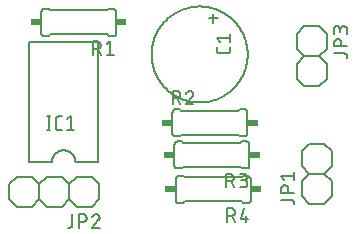
<source format=gbr>
G04 EAGLE Gerber RS-274X export*
G75*
%MOMM*%
%FSLAX34Y34*%
%LPD*%
%INSilkscreen Top*%
%IPPOS*%
%AMOC8*
5,1,8,0,0,1.08239X$1,22.5*%
G01*
%ADD10C,0.152400*%
%ADD11C,0.127000*%
%ADD12R,0.863600X0.609600*%


D10*
X185751Y184301D02*
X185751Y176681D01*
X181941Y180491D02*
X189561Y180491D01*
X133681Y150011D02*
X133693Y151008D01*
X133730Y152005D01*
X133791Y153001D01*
X133877Y153994D01*
X133987Y154986D01*
X134121Y155974D01*
X134279Y156959D01*
X134462Y157939D01*
X134668Y158915D01*
X134899Y159886D01*
X135153Y160850D01*
X135431Y161808D01*
X135732Y162759D01*
X136057Y163702D01*
X136404Y164637D01*
X136775Y165563D01*
X137168Y166480D01*
X137583Y167387D01*
X138020Y168283D01*
X138480Y169169D01*
X138961Y170042D01*
X139463Y170904D01*
X139986Y171753D01*
X140530Y172589D01*
X141094Y173412D01*
X141679Y174220D01*
X142283Y175014D01*
X142906Y175793D01*
X143548Y176556D01*
X144209Y177303D01*
X144888Y178034D01*
X145584Y178748D01*
X146298Y179444D01*
X147029Y180123D01*
X147776Y180784D01*
X148539Y181426D01*
X149318Y182049D01*
X150112Y182653D01*
X150920Y183238D01*
X151743Y183802D01*
X152579Y184346D01*
X153428Y184869D01*
X154290Y185371D01*
X155163Y185852D01*
X156049Y186312D01*
X156945Y186749D01*
X157852Y187164D01*
X158769Y187557D01*
X159695Y187928D01*
X160630Y188275D01*
X161573Y188600D01*
X162524Y188901D01*
X163482Y189179D01*
X164446Y189433D01*
X165417Y189664D01*
X166393Y189870D01*
X167373Y190053D01*
X168358Y190211D01*
X169346Y190345D01*
X170338Y190455D01*
X171331Y190541D01*
X172327Y190602D01*
X173324Y190639D01*
X174321Y190651D01*
X175318Y190639D01*
X176315Y190602D01*
X177311Y190541D01*
X178304Y190455D01*
X179296Y190345D01*
X180284Y190211D01*
X181269Y190053D01*
X182249Y189870D01*
X183225Y189664D01*
X184196Y189433D01*
X185160Y189179D01*
X186118Y188901D01*
X187069Y188600D01*
X188012Y188275D01*
X188947Y187928D01*
X189873Y187557D01*
X190790Y187164D01*
X191697Y186749D01*
X192593Y186312D01*
X193479Y185852D01*
X194352Y185371D01*
X195214Y184869D01*
X196063Y184346D01*
X196899Y183802D01*
X197722Y183238D01*
X198530Y182653D01*
X199324Y182049D01*
X200103Y181426D01*
X200866Y180784D01*
X201613Y180123D01*
X202344Y179444D01*
X203058Y178748D01*
X203754Y178034D01*
X204433Y177303D01*
X205094Y176556D01*
X205736Y175793D01*
X206359Y175014D01*
X206963Y174220D01*
X207548Y173412D01*
X208112Y172589D01*
X208656Y171753D01*
X209179Y170904D01*
X209681Y170042D01*
X210162Y169169D01*
X210622Y168283D01*
X211059Y167387D01*
X211474Y166480D01*
X211867Y165563D01*
X212238Y164637D01*
X212585Y163702D01*
X212910Y162759D01*
X213211Y161808D01*
X213489Y160850D01*
X213743Y159886D01*
X213974Y158915D01*
X214180Y157939D01*
X214363Y156959D01*
X214521Y155974D01*
X214655Y154986D01*
X214765Y153994D01*
X214851Y153001D01*
X214912Y152005D01*
X214949Y151008D01*
X214961Y150011D01*
X214949Y149014D01*
X214912Y148017D01*
X214851Y147021D01*
X214765Y146028D01*
X214655Y145036D01*
X214521Y144048D01*
X214363Y143063D01*
X214180Y142083D01*
X213974Y141107D01*
X213743Y140136D01*
X213489Y139172D01*
X213211Y138214D01*
X212910Y137263D01*
X212585Y136320D01*
X212238Y135385D01*
X211867Y134459D01*
X211474Y133542D01*
X211059Y132635D01*
X210622Y131739D01*
X210162Y130853D01*
X209681Y129980D01*
X209179Y129118D01*
X208656Y128269D01*
X208112Y127433D01*
X207548Y126610D01*
X206963Y125802D01*
X206359Y125008D01*
X205736Y124229D01*
X205094Y123466D01*
X204433Y122719D01*
X203754Y121988D01*
X203058Y121274D01*
X202344Y120578D01*
X201613Y119899D01*
X200866Y119238D01*
X200103Y118596D01*
X199324Y117973D01*
X198530Y117369D01*
X197722Y116784D01*
X196899Y116220D01*
X196063Y115676D01*
X195214Y115153D01*
X194352Y114651D01*
X193479Y114170D01*
X192593Y113710D01*
X191697Y113273D01*
X190790Y112858D01*
X189873Y112465D01*
X188947Y112094D01*
X188012Y111747D01*
X187069Y111422D01*
X186118Y111121D01*
X185160Y110843D01*
X184196Y110589D01*
X183225Y110358D01*
X182249Y110152D01*
X181269Y109969D01*
X180284Y109811D01*
X179296Y109677D01*
X178304Y109567D01*
X177311Y109481D01*
X176315Y109420D01*
X175318Y109383D01*
X174321Y109371D01*
X173324Y109383D01*
X172327Y109420D01*
X171331Y109481D01*
X170338Y109567D01*
X169346Y109677D01*
X168358Y109811D01*
X167373Y109969D01*
X166393Y110152D01*
X165417Y110358D01*
X164446Y110589D01*
X163482Y110843D01*
X162524Y111121D01*
X161573Y111422D01*
X160630Y111747D01*
X159695Y112094D01*
X158769Y112465D01*
X157852Y112858D01*
X156945Y113273D01*
X156049Y113710D01*
X155163Y114170D01*
X154290Y114651D01*
X153428Y115153D01*
X152579Y115676D01*
X151743Y116220D01*
X150920Y116784D01*
X150112Y117369D01*
X149318Y117973D01*
X148539Y118596D01*
X147776Y119238D01*
X147029Y119899D01*
X146298Y120578D01*
X145584Y121274D01*
X144888Y121988D01*
X144209Y122719D01*
X143548Y123466D01*
X142906Y124229D01*
X142283Y125008D01*
X141679Y125802D01*
X141094Y126610D01*
X140530Y127433D01*
X139986Y128269D01*
X139463Y129118D01*
X138961Y129980D01*
X138480Y130853D01*
X138020Y131739D01*
X137583Y132635D01*
X137168Y133542D01*
X136775Y134459D01*
X136404Y135385D01*
X136057Y136320D01*
X135732Y137263D01*
X135431Y138214D01*
X135153Y139172D01*
X134899Y140136D01*
X134668Y141107D01*
X134462Y142083D01*
X134279Y143063D01*
X134121Y144048D01*
X133987Y145036D01*
X133877Y146028D01*
X133791Y147021D01*
X133730Y148017D01*
X133693Y149014D01*
X133681Y150011D01*
D11*
X200356Y153784D02*
X200356Y156324D01*
X200356Y153784D02*
X200354Y153684D01*
X200348Y153585D01*
X200338Y153485D01*
X200325Y153387D01*
X200307Y153288D01*
X200286Y153191D01*
X200261Y153095D01*
X200232Y152999D01*
X200199Y152905D01*
X200163Y152812D01*
X200123Y152721D01*
X200079Y152631D01*
X200032Y152543D01*
X199982Y152457D01*
X199928Y152373D01*
X199871Y152291D01*
X199811Y152212D01*
X199747Y152134D01*
X199681Y152060D01*
X199612Y151988D01*
X199540Y151919D01*
X199466Y151853D01*
X199388Y151789D01*
X199309Y151729D01*
X199227Y151672D01*
X199143Y151618D01*
X199057Y151568D01*
X198969Y151521D01*
X198879Y151477D01*
X198788Y151437D01*
X198695Y151401D01*
X198601Y151368D01*
X198505Y151339D01*
X198409Y151314D01*
X198312Y151293D01*
X198213Y151275D01*
X198115Y151262D01*
X198015Y151252D01*
X197916Y151246D01*
X197816Y151244D01*
X191466Y151244D01*
X191366Y151246D01*
X191267Y151252D01*
X191167Y151262D01*
X191069Y151275D01*
X190970Y151293D01*
X190873Y151314D01*
X190777Y151339D01*
X190681Y151368D01*
X190587Y151401D01*
X190494Y151437D01*
X190403Y151477D01*
X190313Y151521D01*
X190225Y151568D01*
X190139Y151618D01*
X190055Y151672D01*
X189973Y151729D01*
X189894Y151789D01*
X189816Y151853D01*
X189742Y151919D01*
X189670Y151988D01*
X189601Y152060D01*
X189535Y152134D01*
X189471Y152212D01*
X189411Y152291D01*
X189354Y152373D01*
X189300Y152457D01*
X189250Y152543D01*
X189203Y152631D01*
X189159Y152721D01*
X189119Y152812D01*
X189083Y152905D01*
X189050Y152999D01*
X189021Y153095D01*
X188996Y153191D01*
X188975Y153288D01*
X188957Y153387D01*
X188944Y153485D01*
X188934Y153585D01*
X188928Y153684D01*
X188926Y153784D01*
X188926Y156324D01*
X191466Y160806D02*
X188926Y163981D01*
X200356Y163981D01*
X200356Y160806D02*
X200356Y167156D01*
D10*
X29924Y160348D02*
X29924Y58748D01*
X88344Y58748D02*
X88344Y160348D01*
X29924Y160348D01*
X29924Y58748D02*
X48974Y58748D01*
X69294Y58748D02*
X88344Y58748D01*
X69294Y58748D02*
X69291Y58995D01*
X69282Y59243D01*
X69267Y59490D01*
X69246Y59736D01*
X69219Y59982D01*
X69186Y60227D01*
X69147Y60472D01*
X69102Y60715D01*
X69051Y60957D01*
X68994Y61198D01*
X68932Y61437D01*
X68863Y61675D01*
X68789Y61911D01*
X68709Y62145D01*
X68624Y62377D01*
X68532Y62607D01*
X68436Y62835D01*
X68333Y63060D01*
X68226Y63283D01*
X68112Y63503D01*
X67994Y63720D01*
X67870Y63935D01*
X67741Y64146D01*
X67607Y64354D01*
X67468Y64559D01*
X67324Y64760D01*
X67176Y64958D01*
X67022Y65152D01*
X66864Y65342D01*
X66701Y65528D01*
X66534Y65710D01*
X66362Y65888D01*
X66186Y66062D01*
X66006Y66232D01*
X65821Y66397D01*
X65633Y66557D01*
X65441Y66713D01*
X65245Y66865D01*
X65046Y67011D01*
X64843Y67153D01*
X64636Y67289D01*
X64427Y67421D01*
X64214Y67547D01*
X63998Y67668D01*
X63780Y67784D01*
X63558Y67894D01*
X63334Y67999D01*
X63108Y68099D01*
X62879Y68193D01*
X62648Y68281D01*
X62414Y68364D01*
X62179Y68441D01*
X61942Y68512D01*
X61704Y68578D01*
X61464Y68637D01*
X61222Y68691D01*
X60979Y68739D01*
X60736Y68781D01*
X60491Y68817D01*
X60245Y68847D01*
X59999Y68871D01*
X59752Y68889D01*
X59505Y68901D01*
X59258Y68907D01*
X59010Y68907D01*
X58763Y68901D01*
X58516Y68889D01*
X58269Y68871D01*
X58023Y68847D01*
X57777Y68817D01*
X57532Y68781D01*
X57289Y68739D01*
X57046Y68691D01*
X56804Y68637D01*
X56564Y68578D01*
X56326Y68512D01*
X56089Y68441D01*
X55854Y68364D01*
X55620Y68281D01*
X55389Y68193D01*
X55160Y68099D01*
X54934Y67999D01*
X54710Y67894D01*
X54488Y67784D01*
X54270Y67668D01*
X54054Y67547D01*
X53841Y67421D01*
X53632Y67289D01*
X53425Y67153D01*
X53222Y67011D01*
X53023Y66865D01*
X52827Y66713D01*
X52635Y66557D01*
X52447Y66397D01*
X52262Y66232D01*
X52082Y66062D01*
X51906Y65888D01*
X51734Y65710D01*
X51567Y65528D01*
X51404Y65342D01*
X51246Y65152D01*
X51092Y64958D01*
X50944Y64760D01*
X50800Y64559D01*
X50661Y64354D01*
X50527Y64146D01*
X50398Y63935D01*
X50274Y63720D01*
X50156Y63503D01*
X50042Y63283D01*
X49935Y63060D01*
X49832Y62835D01*
X49736Y62607D01*
X49644Y62377D01*
X49559Y62145D01*
X49479Y61911D01*
X49405Y61675D01*
X49336Y61437D01*
X49274Y61198D01*
X49217Y60957D01*
X49166Y60715D01*
X49121Y60472D01*
X49082Y60227D01*
X49049Y59982D01*
X49022Y59736D01*
X49001Y59490D01*
X48986Y59243D01*
X48977Y58995D01*
X48974Y58748D01*
D11*
X46357Y86089D02*
X46357Y97519D01*
X45087Y86089D02*
X47627Y86089D01*
X47627Y97519D02*
X45087Y97519D01*
X54829Y86089D02*
X57369Y86089D01*
X54829Y86089D02*
X54729Y86091D01*
X54630Y86097D01*
X54530Y86107D01*
X54432Y86120D01*
X54333Y86138D01*
X54236Y86159D01*
X54140Y86184D01*
X54044Y86213D01*
X53950Y86246D01*
X53857Y86282D01*
X53766Y86322D01*
X53676Y86366D01*
X53588Y86413D01*
X53502Y86463D01*
X53418Y86517D01*
X53336Y86574D01*
X53257Y86634D01*
X53179Y86698D01*
X53105Y86764D01*
X53033Y86833D01*
X52964Y86905D01*
X52898Y86979D01*
X52834Y87057D01*
X52774Y87136D01*
X52717Y87218D01*
X52663Y87302D01*
X52613Y87388D01*
X52566Y87476D01*
X52522Y87566D01*
X52482Y87657D01*
X52446Y87750D01*
X52413Y87844D01*
X52384Y87940D01*
X52359Y88036D01*
X52338Y88133D01*
X52320Y88232D01*
X52307Y88330D01*
X52297Y88430D01*
X52291Y88529D01*
X52289Y88629D01*
X52289Y94979D01*
X52291Y95079D01*
X52297Y95178D01*
X52307Y95278D01*
X52320Y95376D01*
X52338Y95475D01*
X52359Y95572D01*
X52384Y95668D01*
X52413Y95764D01*
X52446Y95858D01*
X52482Y95951D01*
X52522Y96042D01*
X52566Y96132D01*
X52613Y96220D01*
X52663Y96306D01*
X52717Y96390D01*
X52774Y96472D01*
X52834Y96551D01*
X52898Y96629D01*
X52964Y96703D01*
X53033Y96775D01*
X53105Y96844D01*
X53179Y96910D01*
X53257Y96974D01*
X53336Y97034D01*
X53418Y97091D01*
X53502Y97145D01*
X53588Y97195D01*
X53676Y97242D01*
X53766Y97286D01*
X53857Y97326D01*
X53950Y97362D01*
X54044Y97395D01*
X54140Y97424D01*
X54236Y97449D01*
X54333Y97470D01*
X54432Y97488D01*
X54530Y97501D01*
X54630Y97511D01*
X54729Y97517D01*
X54829Y97519D01*
X57369Y97519D01*
X61851Y94979D02*
X65026Y97519D01*
X65026Y86089D01*
X61851Y86089D02*
X68201Y86089D01*
D10*
X101166Y165733D02*
X101266Y165735D01*
X101365Y165741D01*
X101465Y165751D01*
X101563Y165764D01*
X101662Y165782D01*
X101759Y165803D01*
X101855Y165828D01*
X101951Y165857D01*
X102045Y165890D01*
X102138Y165926D01*
X102229Y165966D01*
X102319Y166010D01*
X102407Y166057D01*
X102493Y166107D01*
X102577Y166161D01*
X102659Y166218D01*
X102738Y166278D01*
X102816Y166342D01*
X102890Y166408D01*
X102962Y166477D01*
X103031Y166549D01*
X103097Y166623D01*
X103161Y166701D01*
X103221Y166780D01*
X103278Y166862D01*
X103332Y166946D01*
X103382Y167032D01*
X103429Y167120D01*
X103473Y167210D01*
X103513Y167301D01*
X103549Y167394D01*
X103582Y167488D01*
X103611Y167584D01*
X103636Y167680D01*
X103657Y167777D01*
X103675Y167876D01*
X103688Y167974D01*
X103698Y168074D01*
X103704Y168173D01*
X103706Y168273D01*
X103706Y186053D02*
X103704Y186153D01*
X103698Y186252D01*
X103688Y186352D01*
X103675Y186450D01*
X103657Y186549D01*
X103636Y186646D01*
X103611Y186742D01*
X103582Y186838D01*
X103549Y186932D01*
X103513Y187025D01*
X103473Y187116D01*
X103429Y187206D01*
X103382Y187294D01*
X103332Y187380D01*
X103278Y187464D01*
X103221Y187546D01*
X103161Y187625D01*
X103097Y187703D01*
X103031Y187777D01*
X102962Y187849D01*
X102890Y187918D01*
X102816Y187984D01*
X102738Y188048D01*
X102659Y188108D01*
X102577Y188165D01*
X102493Y188219D01*
X102407Y188269D01*
X102319Y188316D01*
X102229Y188360D01*
X102138Y188400D01*
X102045Y188436D01*
X101951Y188469D01*
X101855Y188498D01*
X101759Y188523D01*
X101662Y188544D01*
X101563Y188562D01*
X101465Y188575D01*
X101365Y188585D01*
X101266Y188591D01*
X101166Y188593D01*
X42746Y188593D02*
X42646Y188591D01*
X42547Y188585D01*
X42447Y188575D01*
X42349Y188562D01*
X42250Y188544D01*
X42153Y188523D01*
X42057Y188498D01*
X41961Y188469D01*
X41867Y188436D01*
X41774Y188400D01*
X41683Y188360D01*
X41593Y188316D01*
X41505Y188269D01*
X41419Y188219D01*
X41335Y188165D01*
X41253Y188108D01*
X41174Y188048D01*
X41096Y187984D01*
X41022Y187918D01*
X40950Y187849D01*
X40881Y187777D01*
X40815Y187703D01*
X40751Y187625D01*
X40691Y187546D01*
X40634Y187464D01*
X40580Y187380D01*
X40530Y187294D01*
X40483Y187206D01*
X40439Y187116D01*
X40399Y187025D01*
X40363Y186932D01*
X40330Y186838D01*
X40301Y186742D01*
X40276Y186646D01*
X40255Y186549D01*
X40237Y186450D01*
X40224Y186352D01*
X40214Y186252D01*
X40208Y186153D01*
X40206Y186053D01*
X40206Y168273D02*
X40208Y168173D01*
X40214Y168074D01*
X40224Y167974D01*
X40237Y167876D01*
X40255Y167777D01*
X40276Y167680D01*
X40301Y167584D01*
X40330Y167488D01*
X40363Y167394D01*
X40399Y167301D01*
X40439Y167210D01*
X40483Y167120D01*
X40530Y167032D01*
X40580Y166946D01*
X40634Y166862D01*
X40691Y166780D01*
X40751Y166701D01*
X40815Y166623D01*
X40881Y166549D01*
X40950Y166477D01*
X41022Y166408D01*
X41096Y166342D01*
X41174Y166278D01*
X41253Y166218D01*
X41335Y166161D01*
X41419Y166107D01*
X41505Y166057D01*
X41593Y166010D01*
X41683Y165966D01*
X41774Y165926D01*
X41867Y165890D01*
X41961Y165857D01*
X42057Y165828D01*
X42153Y165803D01*
X42250Y165782D01*
X42349Y165764D01*
X42447Y165751D01*
X42547Y165741D01*
X42646Y165735D01*
X42746Y165733D01*
X103706Y168273D02*
X103706Y186053D01*
X101166Y165733D02*
X97356Y165733D01*
X96086Y167003D01*
X97356Y188593D02*
X101166Y188593D01*
X97356Y188593D02*
X96086Y187323D01*
X47826Y167003D02*
X46556Y165733D01*
X47826Y167003D02*
X96086Y167003D01*
X47826Y187323D02*
X46556Y188593D01*
X47826Y187323D02*
X96086Y187323D01*
X46556Y165733D02*
X42746Y165733D01*
X42746Y188593D02*
X46556Y188593D01*
X40206Y186053D02*
X40206Y168273D01*
D12*
X35888Y177163D03*
X108024Y177163D03*
D11*
X84103Y161288D02*
X84103Y149858D01*
X84103Y161288D02*
X87278Y161288D01*
X87389Y161286D01*
X87499Y161280D01*
X87610Y161271D01*
X87720Y161257D01*
X87829Y161240D01*
X87938Y161219D01*
X88046Y161194D01*
X88153Y161165D01*
X88259Y161133D01*
X88364Y161097D01*
X88467Y161057D01*
X88569Y161014D01*
X88670Y160967D01*
X88769Y160916D01*
X88866Y160863D01*
X88960Y160806D01*
X89053Y160745D01*
X89144Y160682D01*
X89233Y160615D01*
X89319Y160545D01*
X89402Y160472D01*
X89484Y160397D01*
X89562Y160319D01*
X89637Y160237D01*
X89710Y160154D01*
X89780Y160068D01*
X89847Y159979D01*
X89910Y159888D01*
X89971Y159795D01*
X90028Y159700D01*
X90081Y159604D01*
X90132Y159505D01*
X90179Y159404D01*
X90222Y159302D01*
X90262Y159199D01*
X90298Y159094D01*
X90330Y158988D01*
X90359Y158881D01*
X90384Y158773D01*
X90405Y158664D01*
X90422Y158555D01*
X90436Y158445D01*
X90445Y158334D01*
X90451Y158224D01*
X90453Y158113D01*
X90451Y158002D01*
X90445Y157892D01*
X90436Y157781D01*
X90422Y157671D01*
X90405Y157562D01*
X90384Y157453D01*
X90359Y157345D01*
X90330Y157238D01*
X90298Y157132D01*
X90262Y157027D01*
X90222Y156924D01*
X90179Y156822D01*
X90132Y156721D01*
X90081Y156622D01*
X90028Y156525D01*
X89971Y156431D01*
X89910Y156338D01*
X89847Y156247D01*
X89780Y156158D01*
X89710Y156072D01*
X89637Y155989D01*
X89562Y155907D01*
X89484Y155829D01*
X89402Y155754D01*
X89319Y155681D01*
X89233Y155611D01*
X89144Y155544D01*
X89053Y155481D01*
X88960Y155420D01*
X88865Y155363D01*
X88769Y155310D01*
X88670Y155259D01*
X88569Y155212D01*
X88467Y155169D01*
X88364Y155129D01*
X88259Y155093D01*
X88153Y155061D01*
X88046Y155032D01*
X87938Y155007D01*
X87829Y154986D01*
X87720Y154969D01*
X87610Y154955D01*
X87499Y154946D01*
X87389Y154940D01*
X87278Y154938D01*
X84103Y154938D01*
X87913Y154938D02*
X90453Y149858D01*
X95451Y158748D02*
X98626Y161288D01*
X98626Y149858D01*
X95451Y149858D02*
X101801Y149858D01*
D10*
X151296Y101176D02*
X151298Y101276D01*
X151304Y101375D01*
X151314Y101475D01*
X151327Y101573D01*
X151345Y101672D01*
X151366Y101769D01*
X151391Y101865D01*
X151420Y101961D01*
X151453Y102055D01*
X151489Y102148D01*
X151529Y102239D01*
X151573Y102329D01*
X151620Y102417D01*
X151670Y102503D01*
X151724Y102587D01*
X151781Y102669D01*
X151841Y102748D01*
X151905Y102826D01*
X151971Y102900D01*
X152040Y102972D01*
X152112Y103041D01*
X152186Y103107D01*
X152264Y103171D01*
X152343Y103231D01*
X152425Y103288D01*
X152509Y103342D01*
X152595Y103392D01*
X152683Y103439D01*
X152773Y103483D01*
X152864Y103523D01*
X152957Y103559D01*
X153051Y103592D01*
X153147Y103621D01*
X153243Y103646D01*
X153340Y103667D01*
X153439Y103685D01*
X153537Y103698D01*
X153637Y103708D01*
X153736Y103714D01*
X153836Y103716D01*
X151296Y83396D02*
X151298Y83296D01*
X151304Y83197D01*
X151314Y83097D01*
X151327Y82999D01*
X151345Y82900D01*
X151366Y82803D01*
X151391Y82707D01*
X151420Y82611D01*
X151453Y82517D01*
X151489Y82424D01*
X151529Y82333D01*
X151573Y82243D01*
X151620Y82155D01*
X151670Y82069D01*
X151724Y81985D01*
X151781Y81903D01*
X151841Y81824D01*
X151905Y81746D01*
X151971Y81672D01*
X152040Y81600D01*
X152112Y81531D01*
X152186Y81465D01*
X152264Y81401D01*
X152343Y81341D01*
X152425Y81284D01*
X152509Y81230D01*
X152595Y81180D01*
X152683Y81133D01*
X152773Y81089D01*
X152864Y81049D01*
X152957Y81013D01*
X153051Y80980D01*
X153147Y80951D01*
X153243Y80926D01*
X153340Y80905D01*
X153439Y80887D01*
X153537Y80874D01*
X153637Y80864D01*
X153736Y80858D01*
X153836Y80856D01*
X212256Y80856D02*
X212356Y80858D01*
X212455Y80864D01*
X212555Y80874D01*
X212653Y80887D01*
X212752Y80905D01*
X212849Y80926D01*
X212945Y80951D01*
X213041Y80980D01*
X213135Y81013D01*
X213228Y81049D01*
X213319Y81089D01*
X213409Y81133D01*
X213497Y81180D01*
X213583Y81230D01*
X213667Y81284D01*
X213749Y81341D01*
X213828Y81401D01*
X213906Y81465D01*
X213980Y81531D01*
X214052Y81600D01*
X214121Y81672D01*
X214187Y81746D01*
X214251Y81824D01*
X214311Y81903D01*
X214368Y81985D01*
X214422Y82069D01*
X214472Y82155D01*
X214519Y82243D01*
X214563Y82333D01*
X214603Y82424D01*
X214639Y82517D01*
X214672Y82611D01*
X214701Y82707D01*
X214726Y82803D01*
X214747Y82900D01*
X214765Y82999D01*
X214778Y83097D01*
X214788Y83197D01*
X214794Y83296D01*
X214796Y83396D01*
X214796Y101176D02*
X214794Y101276D01*
X214788Y101375D01*
X214778Y101475D01*
X214765Y101573D01*
X214747Y101672D01*
X214726Y101769D01*
X214701Y101865D01*
X214672Y101961D01*
X214639Y102055D01*
X214603Y102148D01*
X214563Y102239D01*
X214519Y102329D01*
X214472Y102417D01*
X214422Y102503D01*
X214368Y102587D01*
X214311Y102669D01*
X214251Y102748D01*
X214187Y102826D01*
X214121Y102900D01*
X214052Y102972D01*
X213980Y103041D01*
X213906Y103107D01*
X213828Y103171D01*
X213749Y103231D01*
X213667Y103288D01*
X213583Y103342D01*
X213497Y103392D01*
X213409Y103439D01*
X213319Y103483D01*
X213228Y103523D01*
X213135Y103559D01*
X213041Y103592D01*
X212945Y103621D01*
X212849Y103646D01*
X212752Y103667D01*
X212653Y103685D01*
X212555Y103698D01*
X212455Y103708D01*
X212356Y103714D01*
X212256Y103716D01*
X151296Y101176D02*
X151296Y83396D01*
X153836Y103716D02*
X157646Y103716D01*
X158916Y102446D01*
X157646Y80856D02*
X153836Y80856D01*
X157646Y80856D02*
X158916Y82126D01*
X207176Y102446D02*
X208446Y103716D01*
X207176Y102446D02*
X158916Y102446D01*
X207176Y82126D02*
X208446Y80856D01*
X207176Y82126D02*
X158916Y82126D01*
X208446Y103716D02*
X212256Y103716D01*
X212256Y80856D02*
X208446Y80856D01*
X214796Y83396D02*
X214796Y101176D01*
D12*
X219114Y92286D03*
X146978Y92286D03*
D11*
X151350Y107896D02*
X151350Y119326D01*
X154525Y119326D01*
X154636Y119324D01*
X154746Y119318D01*
X154857Y119309D01*
X154967Y119295D01*
X155076Y119278D01*
X155185Y119257D01*
X155293Y119232D01*
X155400Y119203D01*
X155506Y119171D01*
X155611Y119135D01*
X155714Y119095D01*
X155816Y119052D01*
X155917Y119005D01*
X156016Y118954D01*
X156113Y118901D01*
X156207Y118844D01*
X156300Y118783D01*
X156391Y118720D01*
X156480Y118653D01*
X156566Y118583D01*
X156649Y118510D01*
X156731Y118435D01*
X156809Y118357D01*
X156884Y118275D01*
X156957Y118192D01*
X157027Y118106D01*
X157094Y118017D01*
X157157Y117926D01*
X157218Y117833D01*
X157275Y117738D01*
X157328Y117642D01*
X157379Y117543D01*
X157426Y117442D01*
X157469Y117340D01*
X157509Y117237D01*
X157545Y117132D01*
X157577Y117026D01*
X157606Y116919D01*
X157631Y116811D01*
X157652Y116702D01*
X157669Y116593D01*
X157683Y116483D01*
X157692Y116372D01*
X157698Y116262D01*
X157700Y116151D01*
X157698Y116040D01*
X157692Y115930D01*
X157683Y115819D01*
X157669Y115709D01*
X157652Y115600D01*
X157631Y115491D01*
X157606Y115383D01*
X157577Y115276D01*
X157545Y115170D01*
X157509Y115065D01*
X157469Y114962D01*
X157426Y114860D01*
X157379Y114759D01*
X157328Y114660D01*
X157275Y114563D01*
X157218Y114469D01*
X157157Y114376D01*
X157094Y114285D01*
X157027Y114196D01*
X156957Y114110D01*
X156884Y114027D01*
X156809Y113945D01*
X156731Y113867D01*
X156649Y113792D01*
X156566Y113719D01*
X156480Y113649D01*
X156391Y113582D01*
X156300Y113519D01*
X156207Y113458D01*
X156112Y113401D01*
X156016Y113348D01*
X155917Y113297D01*
X155816Y113250D01*
X155714Y113207D01*
X155611Y113167D01*
X155506Y113131D01*
X155400Y113099D01*
X155293Y113070D01*
X155185Y113045D01*
X155076Y113024D01*
X154967Y113007D01*
X154857Y112993D01*
X154746Y112984D01*
X154636Y112978D01*
X154525Y112976D01*
X151350Y112976D01*
X155160Y112976D02*
X157700Y107896D01*
X169048Y116468D02*
X169046Y116572D01*
X169040Y116677D01*
X169031Y116781D01*
X169018Y116884D01*
X169000Y116987D01*
X168980Y117089D01*
X168955Y117191D01*
X168927Y117291D01*
X168895Y117391D01*
X168859Y117489D01*
X168820Y117586D01*
X168778Y117681D01*
X168732Y117775D01*
X168682Y117867D01*
X168630Y117957D01*
X168574Y118045D01*
X168514Y118131D01*
X168452Y118215D01*
X168387Y118296D01*
X168319Y118375D01*
X168247Y118452D01*
X168174Y118525D01*
X168097Y118597D01*
X168018Y118665D01*
X167937Y118730D01*
X167853Y118792D01*
X167767Y118852D01*
X167679Y118908D01*
X167589Y118960D01*
X167497Y119010D01*
X167403Y119056D01*
X167308Y119098D01*
X167211Y119137D01*
X167113Y119173D01*
X167013Y119205D01*
X166913Y119233D01*
X166811Y119258D01*
X166709Y119278D01*
X166606Y119296D01*
X166503Y119309D01*
X166399Y119318D01*
X166294Y119324D01*
X166190Y119326D01*
X166072Y119324D01*
X165953Y119318D01*
X165835Y119309D01*
X165718Y119296D01*
X165601Y119278D01*
X165484Y119258D01*
X165368Y119233D01*
X165253Y119205D01*
X165140Y119172D01*
X165027Y119137D01*
X164915Y119097D01*
X164805Y119055D01*
X164696Y119008D01*
X164588Y118958D01*
X164483Y118905D01*
X164379Y118848D01*
X164277Y118788D01*
X164177Y118725D01*
X164079Y118658D01*
X163983Y118589D01*
X163890Y118516D01*
X163799Y118440D01*
X163710Y118362D01*
X163624Y118280D01*
X163541Y118196D01*
X163460Y118110D01*
X163383Y118020D01*
X163308Y117929D01*
X163236Y117835D01*
X163167Y117738D01*
X163102Y117640D01*
X163039Y117539D01*
X162980Y117436D01*
X162924Y117332D01*
X162872Y117226D01*
X162823Y117118D01*
X162778Y117009D01*
X162736Y116898D01*
X162698Y116786D01*
X168095Y114246D02*
X168171Y114321D01*
X168246Y114400D01*
X168317Y114481D01*
X168386Y114565D01*
X168451Y114651D01*
X168513Y114739D01*
X168573Y114829D01*
X168629Y114921D01*
X168682Y115016D01*
X168731Y115112D01*
X168777Y115210D01*
X168820Y115309D01*
X168859Y115410D01*
X168894Y115512D01*
X168926Y115615D01*
X168954Y115719D01*
X168979Y115824D01*
X169000Y115931D01*
X169017Y116037D01*
X169030Y116144D01*
X169039Y116252D01*
X169045Y116360D01*
X169047Y116468D01*
X168095Y114246D02*
X162697Y107896D01*
X169047Y107896D01*
D10*
X216445Y56083D02*
X216443Y55983D01*
X216437Y55884D01*
X216427Y55784D01*
X216414Y55686D01*
X216396Y55587D01*
X216375Y55490D01*
X216350Y55394D01*
X216321Y55298D01*
X216288Y55204D01*
X216252Y55111D01*
X216212Y55020D01*
X216168Y54930D01*
X216121Y54842D01*
X216071Y54756D01*
X216017Y54672D01*
X215960Y54590D01*
X215900Y54511D01*
X215836Y54433D01*
X215770Y54359D01*
X215701Y54287D01*
X215629Y54218D01*
X215555Y54152D01*
X215477Y54088D01*
X215398Y54028D01*
X215316Y53971D01*
X215232Y53917D01*
X215146Y53867D01*
X215058Y53820D01*
X214968Y53776D01*
X214877Y53736D01*
X214784Y53700D01*
X214690Y53667D01*
X214594Y53638D01*
X214498Y53613D01*
X214401Y53592D01*
X214302Y53574D01*
X214204Y53561D01*
X214104Y53551D01*
X214005Y53545D01*
X213905Y53543D01*
X216445Y73863D02*
X216443Y73963D01*
X216437Y74062D01*
X216427Y74162D01*
X216414Y74260D01*
X216396Y74359D01*
X216375Y74456D01*
X216350Y74552D01*
X216321Y74648D01*
X216288Y74742D01*
X216252Y74835D01*
X216212Y74926D01*
X216168Y75016D01*
X216121Y75104D01*
X216071Y75190D01*
X216017Y75274D01*
X215960Y75356D01*
X215900Y75435D01*
X215836Y75513D01*
X215770Y75587D01*
X215701Y75659D01*
X215629Y75728D01*
X215555Y75794D01*
X215477Y75858D01*
X215398Y75918D01*
X215316Y75975D01*
X215232Y76029D01*
X215146Y76079D01*
X215058Y76126D01*
X214968Y76170D01*
X214877Y76210D01*
X214784Y76246D01*
X214690Y76279D01*
X214594Y76308D01*
X214498Y76333D01*
X214401Y76354D01*
X214302Y76372D01*
X214204Y76385D01*
X214104Y76395D01*
X214005Y76401D01*
X213905Y76403D01*
X155485Y76403D02*
X155385Y76401D01*
X155286Y76395D01*
X155186Y76385D01*
X155088Y76372D01*
X154989Y76354D01*
X154892Y76333D01*
X154796Y76308D01*
X154700Y76279D01*
X154606Y76246D01*
X154513Y76210D01*
X154422Y76170D01*
X154332Y76126D01*
X154244Y76079D01*
X154158Y76029D01*
X154074Y75975D01*
X153992Y75918D01*
X153913Y75858D01*
X153835Y75794D01*
X153761Y75728D01*
X153689Y75659D01*
X153620Y75587D01*
X153554Y75513D01*
X153490Y75435D01*
X153430Y75356D01*
X153373Y75274D01*
X153319Y75190D01*
X153269Y75104D01*
X153222Y75016D01*
X153178Y74926D01*
X153138Y74835D01*
X153102Y74742D01*
X153069Y74648D01*
X153040Y74552D01*
X153015Y74456D01*
X152994Y74359D01*
X152976Y74260D01*
X152963Y74162D01*
X152953Y74062D01*
X152947Y73963D01*
X152945Y73863D01*
X152945Y56083D02*
X152947Y55983D01*
X152953Y55884D01*
X152963Y55784D01*
X152976Y55686D01*
X152994Y55587D01*
X153015Y55490D01*
X153040Y55394D01*
X153069Y55298D01*
X153102Y55204D01*
X153138Y55111D01*
X153178Y55020D01*
X153222Y54930D01*
X153269Y54842D01*
X153319Y54756D01*
X153373Y54672D01*
X153430Y54590D01*
X153490Y54511D01*
X153554Y54433D01*
X153620Y54359D01*
X153689Y54287D01*
X153761Y54218D01*
X153835Y54152D01*
X153913Y54088D01*
X153992Y54028D01*
X154074Y53971D01*
X154158Y53917D01*
X154244Y53867D01*
X154332Y53820D01*
X154422Y53776D01*
X154513Y53736D01*
X154606Y53700D01*
X154700Y53667D01*
X154796Y53638D01*
X154892Y53613D01*
X154989Y53592D01*
X155088Y53574D01*
X155186Y53561D01*
X155286Y53551D01*
X155385Y53545D01*
X155485Y53543D01*
X216445Y56083D02*
X216445Y73863D01*
X213905Y53543D02*
X210095Y53543D01*
X208825Y54813D01*
X210095Y76403D02*
X213905Y76403D01*
X210095Y76403D02*
X208825Y75133D01*
X160565Y54813D02*
X159295Y53543D01*
X160565Y54813D02*
X208825Y54813D01*
X160565Y75133D02*
X159295Y76403D01*
X160565Y75133D02*
X208825Y75133D01*
X159295Y53543D02*
X155485Y53543D01*
X155485Y76403D02*
X159295Y76403D01*
X152945Y73863D02*
X152945Y56083D01*
D12*
X148627Y64973D03*
X220763Y64973D03*
D11*
X196843Y49098D02*
X196843Y37668D01*
X196843Y49098D02*
X200018Y49098D01*
X200129Y49096D01*
X200239Y49090D01*
X200350Y49081D01*
X200460Y49067D01*
X200569Y49050D01*
X200678Y49029D01*
X200786Y49004D01*
X200893Y48975D01*
X200999Y48943D01*
X201104Y48907D01*
X201207Y48867D01*
X201309Y48824D01*
X201410Y48777D01*
X201509Y48726D01*
X201606Y48673D01*
X201700Y48616D01*
X201793Y48555D01*
X201884Y48492D01*
X201973Y48425D01*
X202059Y48355D01*
X202142Y48282D01*
X202224Y48207D01*
X202302Y48129D01*
X202377Y48047D01*
X202450Y47964D01*
X202520Y47878D01*
X202587Y47789D01*
X202650Y47698D01*
X202711Y47605D01*
X202768Y47510D01*
X202821Y47414D01*
X202872Y47315D01*
X202919Y47214D01*
X202962Y47112D01*
X203002Y47009D01*
X203038Y46904D01*
X203070Y46798D01*
X203099Y46691D01*
X203124Y46583D01*
X203145Y46474D01*
X203162Y46365D01*
X203176Y46255D01*
X203185Y46144D01*
X203191Y46034D01*
X203193Y45923D01*
X203191Y45812D01*
X203185Y45702D01*
X203176Y45591D01*
X203162Y45481D01*
X203145Y45372D01*
X203124Y45263D01*
X203099Y45155D01*
X203070Y45048D01*
X203038Y44942D01*
X203002Y44837D01*
X202962Y44734D01*
X202919Y44632D01*
X202872Y44531D01*
X202821Y44432D01*
X202768Y44335D01*
X202711Y44241D01*
X202650Y44148D01*
X202587Y44057D01*
X202520Y43968D01*
X202450Y43882D01*
X202377Y43799D01*
X202302Y43717D01*
X202224Y43639D01*
X202142Y43564D01*
X202059Y43491D01*
X201973Y43421D01*
X201884Y43354D01*
X201793Y43291D01*
X201700Y43230D01*
X201605Y43173D01*
X201509Y43120D01*
X201410Y43069D01*
X201309Y43022D01*
X201207Y42979D01*
X201104Y42939D01*
X200999Y42903D01*
X200893Y42871D01*
X200786Y42842D01*
X200678Y42817D01*
X200569Y42796D01*
X200460Y42779D01*
X200350Y42765D01*
X200239Y42756D01*
X200129Y42750D01*
X200018Y42748D01*
X196843Y42748D01*
X200653Y42748D02*
X203193Y37668D01*
X208190Y37668D02*
X211365Y37668D01*
X211476Y37670D01*
X211586Y37676D01*
X211697Y37685D01*
X211807Y37699D01*
X211916Y37716D01*
X212025Y37737D01*
X212133Y37762D01*
X212240Y37791D01*
X212346Y37823D01*
X212451Y37859D01*
X212554Y37899D01*
X212656Y37942D01*
X212757Y37989D01*
X212856Y38040D01*
X212952Y38093D01*
X213047Y38150D01*
X213140Y38211D01*
X213231Y38274D01*
X213320Y38341D01*
X213406Y38411D01*
X213489Y38484D01*
X213571Y38559D01*
X213649Y38637D01*
X213724Y38719D01*
X213797Y38802D01*
X213867Y38888D01*
X213934Y38977D01*
X213997Y39068D01*
X214058Y39161D01*
X214115Y39255D01*
X214168Y39352D01*
X214219Y39451D01*
X214266Y39552D01*
X214309Y39654D01*
X214349Y39757D01*
X214385Y39862D01*
X214417Y39968D01*
X214446Y40075D01*
X214471Y40183D01*
X214492Y40292D01*
X214509Y40401D01*
X214523Y40511D01*
X214532Y40622D01*
X214538Y40732D01*
X214540Y40843D01*
X214538Y40954D01*
X214532Y41064D01*
X214523Y41175D01*
X214509Y41285D01*
X214492Y41394D01*
X214471Y41503D01*
X214446Y41611D01*
X214417Y41718D01*
X214385Y41824D01*
X214349Y41929D01*
X214309Y42032D01*
X214266Y42134D01*
X214219Y42235D01*
X214168Y42334D01*
X214115Y42430D01*
X214058Y42525D01*
X213997Y42618D01*
X213934Y42709D01*
X213867Y42798D01*
X213797Y42884D01*
X213724Y42967D01*
X213649Y43049D01*
X213571Y43127D01*
X213489Y43202D01*
X213406Y43275D01*
X213320Y43345D01*
X213231Y43412D01*
X213140Y43475D01*
X213047Y43536D01*
X212953Y43593D01*
X212856Y43646D01*
X212757Y43697D01*
X212656Y43744D01*
X212554Y43787D01*
X212451Y43827D01*
X212346Y43863D01*
X212240Y43895D01*
X212133Y43924D01*
X212025Y43949D01*
X211916Y43970D01*
X211807Y43987D01*
X211697Y44001D01*
X211586Y44010D01*
X211476Y44016D01*
X211365Y44018D01*
X212000Y49098D02*
X208190Y49098D01*
X212000Y49098D02*
X212100Y49096D01*
X212199Y49090D01*
X212299Y49080D01*
X212397Y49067D01*
X212496Y49049D01*
X212593Y49028D01*
X212689Y49003D01*
X212785Y48974D01*
X212879Y48941D01*
X212972Y48905D01*
X213063Y48865D01*
X213153Y48821D01*
X213241Y48774D01*
X213327Y48724D01*
X213411Y48670D01*
X213493Y48613D01*
X213572Y48553D01*
X213650Y48489D01*
X213724Y48423D01*
X213796Y48354D01*
X213865Y48282D01*
X213931Y48208D01*
X213995Y48130D01*
X214055Y48051D01*
X214112Y47969D01*
X214166Y47885D01*
X214216Y47799D01*
X214263Y47711D01*
X214307Y47621D01*
X214347Y47530D01*
X214383Y47437D01*
X214416Y47343D01*
X214445Y47247D01*
X214470Y47151D01*
X214491Y47054D01*
X214509Y46955D01*
X214522Y46857D01*
X214532Y46757D01*
X214538Y46658D01*
X214540Y46558D01*
X214538Y46458D01*
X214532Y46359D01*
X214522Y46259D01*
X214509Y46161D01*
X214491Y46062D01*
X214470Y45965D01*
X214445Y45869D01*
X214416Y45773D01*
X214383Y45679D01*
X214347Y45586D01*
X214307Y45495D01*
X214263Y45405D01*
X214216Y45317D01*
X214166Y45231D01*
X214112Y45147D01*
X214055Y45065D01*
X213995Y44986D01*
X213931Y44908D01*
X213865Y44834D01*
X213796Y44762D01*
X213724Y44693D01*
X213650Y44627D01*
X213572Y44563D01*
X213493Y44503D01*
X213411Y44446D01*
X213327Y44392D01*
X213241Y44342D01*
X213153Y44295D01*
X213063Y44251D01*
X212972Y44211D01*
X212879Y44175D01*
X212785Y44142D01*
X212689Y44113D01*
X212593Y44088D01*
X212496Y44067D01*
X212397Y44049D01*
X212299Y44036D01*
X212199Y44026D01*
X212100Y44020D01*
X212000Y44018D01*
X209460Y44018D01*
D10*
X217429Y26858D02*
X217427Y26758D01*
X217421Y26659D01*
X217411Y26559D01*
X217398Y26461D01*
X217380Y26362D01*
X217359Y26265D01*
X217334Y26169D01*
X217305Y26073D01*
X217272Y25979D01*
X217236Y25886D01*
X217196Y25795D01*
X217152Y25705D01*
X217105Y25617D01*
X217055Y25531D01*
X217001Y25447D01*
X216944Y25365D01*
X216884Y25286D01*
X216820Y25208D01*
X216754Y25134D01*
X216685Y25062D01*
X216613Y24993D01*
X216539Y24927D01*
X216461Y24863D01*
X216382Y24803D01*
X216300Y24746D01*
X216216Y24692D01*
X216130Y24642D01*
X216042Y24595D01*
X215952Y24551D01*
X215861Y24511D01*
X215768Y24475D01*
X215674Y24442D01*
X215578Y24413D01*
X215482Y24388D01*
X215385Y24367D01*
X215286Y24349D01*
X215188Y24336D01*
X215088Y24326D01*
X214989Y24320D01*
X214889Y24318D01*
X217429Y44638D02*
X217427Y44738D01*
X217421Y44837D01*
X217411Y44937D01*
X217398Y45035D01*
X217380Y45134D01*
X217359Y45231D01*
X217334Y45327D01*
X217305Y45423D01*
X217272Y45517D01*
X217236Y45610D01*
X217196Y45701D01*
X217152Y45791D01*
X217105Y45879D01*
X217055Y45965D01*
X217001Y46049D01*
X216944Y46131D01*
X216884Y46210D01*
X216820Y46288D01*
X216754Y46362D01*
X216685Y46434D01*
X216613Y46503D01*
X216539Y46569D01*
X216461Y46633D01*
X216382Y46693D01*
X216300Y46750D01*
X216216Y46804D01*
X216130Y46854D01*
X216042Y46901D01*
X215952Y46945D01*
X215861Y46985D01*
X215768Y47021D01*
X215674Y47054D01*
X215578Y47083D01*
X215482Y47108D01*
X215385Y47129D01*
X215286Y47147D01*
X215188Y47160D01*
X215088Y47170D01*
X214989Y47176D01*
X214889Y47178D01*
X156469Y47178D02*
X156369Y47176D01*
X156270Y47170D01*
X156170Y47160D01*
X156072Y47147D01*
X155973Y47129D01*
X155876Y47108D01*
X155780Y47083D01*
X155684Y47054D01*
X155590Y47021D01*
X155497Y46985D01*
X155406Y46945D01*
X155316Y46901D01*
X155228Y46854D01*
X155142Y46804D01*
X155058Y46750D01*
X154976Y46693D01*
X154897Y46633D01*
X154819Y46569D01*
X154745Y46503D01*
X154673Y46434D01*
X154604Y46362D01*
X154538Y46288D01*
X154474Y46210D01*
X154414Y46131D01*
X154357Y46049D01*
X154303Y45965D01*
X154253Y45879D01*
X154206Y45791D01*
X154162Y45701D01*
X154122Y45610D01*
X154086Y45517D01*
X154053Y45423D01*
X154024Y45327D01*
X153999Y45231D01*
X153978Y45134D01*
X153960Y45035D01*
X153947Y44937D01*
X153937Y44837D01*
X153931Y44738D01*
X153929Y44638D01*
X153929Y26858D02*
X153931Y26758D01*
X153937Y26659D01*
X153947Y26559D01*
X153960Y26461D01*
X153978Y26362D01*
X153999Y26265D01*
X154024Y26169D01*
X154053Y26073D01*
X154086Y25979D01*
X154122Y25886D01*
X154162Y25795D01*
X154206Y25705D01*
X154253Y25617D01*
X154303Y25531D01*
X154357Y25447D01*
X154414Y25365D01*
X154474Y25286D01*
X154538Y25208D01*
X154604Y25134D01*
X154673Y25062D01*
X154745Y24993D01*
X154819Y24927D01*
X154897Y24863D01*
X154976Y24803D01*
X155058Y24746D01*
X155142Y24692D01*
X155228Y24642D01*
X155316Y24595D01*
X155406Y24551D01*
X155497Y24511D01*
X155590Y24475D01*
X155684Y24442D01*
X155780Y24413D01*
X155876Y24388D01*
X155973Y24367D01*
X156072Y24349D01*
X156170Y24336D01*
X156270Y24326D01*
X156369Y24320D01*
X156469Y24318D01*
X217429Y26858D02*
X217429Y44638D01*
X214889Y24318D02*
X211079Y24318D01*
X209809Y25588D01*
X211079Y47178D02*
X214889Y47178D01*
X211079Y47178D02*
X209809Y45908D01*
X161549Y25588D02*
X160279Y24318D01*
X161549Y25588D02*
X209809Y25588D01*
X161549Y45908D02*
X160279Y47178D01*
X161549Y45908D02*
X209809Y45908D01*
X160279Y24318D02*
X156469Y24318D01*
X156469Y47178D02*
X160279Y47178D01*
X153929Y44638D02*
X153929Y26858D01*
D12*
X149611Y35748D03*
X221747Y35748D03*
D11*
X197827Y19873D02*
X197827Y8443D01*
X197827Y19873D02*
X201002Y19873D01*
X201113Y19871D01*
X201223Y19865D01*
X201334Y19856D01*
X201444Y19842D01*
X201553Y19825D01*
X201662Y19804D01*
X201770Y19779D01*
X201877Y19750D01*
X201983Y19718D01*
X202088Y19682D01*
X202191Y19642D01*
X202293Y19599D01*
X202394Y19552D01*
X202493Y19501D01*
X202590Y19448D01*
X202684Y19391D01*
X202777Y19330D01*
X202868Y19267D01*
X202957Y19200D01*
X203043Y19130D01*
X203126Y19057D01*
X203208Y18982D01*
X203286Y18904D01*
X203361Y18822D01*
X203434Y18739D01*
X203504Y18653D01*
X203571Y18564D01*
X203634Y18473D01*
X203695Y18380D01*
X203752Y18285D01*
X203805Y18189D01*
X203856Y18090D01*
X203903Y17989D01*
X203946Y17887D01*
X203986Y17784D01*
X204022Y17679D01*
X204054Y17573D01*
X204083Y17466D01*
X204108Y17358D01*
X204129Y17249D01*
X204146Y17140D01*
X204160Y17030D01*
X204169Y16919D01*
X204175Y16809D01*
X204177Y16698D01*
X204175Y16587D01*
X204169Y16477D01*
X204160Y16366D01*
X204146Y16256D01*
X204129Y16147D01*
X204108Y16038D01*
X204083Y15930D01*
X204054Y15823D01*
X204022Y15717D01*
X203986Y15612D01*
X203946Y15509D01*
X203903Y15407D01*
X203856Y15306D01*
X203805Y15207D01*
X203752Y15110D01*
X203695Y15016D01*
X203634Y14923D01*
X203571Y14832D01*
X203504Y14743D01*
X203434Y14657D01*
X203361Y14574D01*
X203286Y14492D01*
X203208Y14414D01*
X203126Y14339D01*
X203043Y14266D01*
X202957Y14196D01*
X202868Y14129D01*
X202777Y14066D01*
X202684Y14005D01*
X202589Y13948D01*
X202493Y13895D01*
X202394Y13844D01*
X202293Y13797D01*
X202191Y13754D01*
X202088Y13714D01*
X201983Y13678D01*
X201877Y13646D01*
X201770Y13617D01*
X201662Y13592D01*
X201553Y13571D01*
X201444Y13554D01*
X201334Y13540D01*
X201223Y13531D01*
X201113Y13525D01*
X201002Y13523D01*
X197827Y13523D01*
X201637Y13523D02*
X204177Y8443D01*
X209174Y10983D02*
X211714Y19873D01*
X209174Y10983D02*
X215524Y10983D01*
X213619Y13523D02*
X213619Y8443D01*
D10*
X260671Y29833D02*
X260671Y42533D01*
X267021Y48883D01*
X279721Y48883D01*
X286071Y42533D01*
X279721Y23483D02*
X267021Y23483D01*
X260671Y29833D01*
X279721Y23483D02*
X286071Y29833D01*
X286071Y42533D01*
X267021Y48883D02*
X260671Y55233D01*
X260671Y67933D01*
X267021Y74283D01*
X279721Y74283D01*
X286071Y67933D01*
X286071Y55233D01*
X279721Y48883D01*
D11*
X251908Y27166D02*
X243018Y27166D01*
X251908Y27166D02*
X252008Y27164D01*
X252107Y27158D01*
X252207Y27148D01*
X252305Y27135D01*
X252404Y27117D01*
X252501Y27096D01*
X252597Y27071D01*
X252693Y27042D01*
X252787Y27009D01*
X252880Y26973D01*
X252971Y26933D01*
X253061Y26889D01*
X253149Y26842D01*
X253235Y26792D01*
X253319Y26738D01*
X253401Y26681D01*
X253480Y26621D01*
X253558Y26557D01*
X253632Y26491D01*
X253704Y26422D01*
X253773Y26350D01*
X253839Y26276D01*
X253903Y26198D01*
X253963Y26119D01*
X254020Y26037D01*
X254074Y25953D01*
X254124Y25867D01*
X254171Y25779D01*
X254215Y25689D01*
X254255Y25598D01*
X254291Y25505D01*
X254324Y25411D01*
X254353Y25315D01*
X254378Y25219D01*
X254399Y25122D01*
X254417Y25023D01*
X254430Y24925D01*
X254440Y24825D01*
X254446Y24726D01*
X254448Y24626D01*
X254448Y23356D01*
X254448Y33146D02*
X243018Y33146D01*
X243018Y36321D01*
X243020Y36432D01*
X243026Y36542D01*
X243035Y36653D01*
X243049Y36763D01*
X243066Y36872D01*
X243087Y36981D01*
X243112Y37089D01*
X243141Y37196D01*
X243173Y37302D01*
X243209Y37407D01*
X243249Y37510D01*
X243292Y37612D01*
X243339Y37713D01*
X243390Y37812D01*
X243443Y37908D01*
X243500Y38003D01*
X243561Y38096D01*
X243624Y38187D01*
X243691Y38276D01*
X243761Y38362D01*
X243834Y38445D01*
X243909Y38527D01*
X243987Y38605D01*
X244069Y38680D01*
X244152Y38753D01*
X244238Y38823D01*
X244327Y38890D01*
X244418Y38953D01*
X244511Y39014D01*
X244606Y39071D01*
X244702Y39124D01*
X244801Y39175D01*
X244902Y39222D01*
X245004Y39265D01*
X245107Y39305D01*
X245212Y39341D01*
X245318Y39373D01*
X245425Y39402D01*
X245533Y39427D01*
X245642Y39448D01*
X245751Y39465D01*
X245861Y39479D01*
X245972Y39488D01*
X246082Y39494D01*
X246193Y39496D01*
X246304Y39494D01*
X246414Y39488D01*
X246525Y39479D01*
X246635Y39465D01*
X246744Y39448D01*
X246853Y39427D01*
X246961Y39402D01*
X247068Y39373D01*
X247174Y39341D01*
X247279Y39305D01*
X247382Y39265D01*
X247484Y39222D01*
X247585Y39175D01*
X247684Y39124D01*
X247781Y39071D01*
X247875Y39014D01*
X247968Y38953D01*
X248059Y38890D01*
X248148Y38823D01*
X248234Y38753D01*
X248317Y38680D01*
X248399Y38605D01*
X248477Y38527D01*
X248552Y38445D01*
X248625Y38362D01*
X248695Y38276D01*
X248762Y38187D01*
X248825Y38096D01*
X248886Y38003D01*
X248943Y37909D01*
X248996Y37812D01*
X249047Y37713D01*
X249094Y37612D01*
X249137Y37510D01*
X249177Y37407D01*
X249213Y37302D01*
X249245Y37196D01*
X249274Y37089D01*
X249299Y36981D01*
X249320Y36872D01*
X249337Y36763D01*
X249351Y36653D01*
X249360Y36542D01*
X249366Y36432D01*
X249368Y36321D01*
X249368Y33146D01*
X245558Y44005D02*
X243018Y47180D01*
X254448Y47180D01*
X254448Y44005D02*
X254448Y50355D01*
D10*
X83086Y21028D02*
X70386Y21028D01*
X64036Y27378D01*
X64036Y40078D01*
X70386Y46428D01*
X64036Y27378D02*
X57686Y21028D01*
X44986Y21028D01*
X38636Y27378D01*
X38636Y40078D01*
X44986Y46428D01*
X57686Y46428D01*
X64036Y40078D01*
X89436Y40078D02*
X89436Y27378D01*
X83086Y21028D01*
X89436Y40078D02*
X83086Y46428D01*
X70386Y46428D01*
X38636Y27378D02*
X32286Y21028D01*
X19586Y21028D01*
X13236Y27378D01*
X13236Y40078D01*
X19586Y46428D01*
X32286Y46428D01*
X38636Y40078D01*
D11*
X66375Y14805D02*
X66375Y5915D01*
X66373Y5815D01*
X66367Y5716D01*
X66357Y5616D01*
X66344Y5518D01*
X66326Y5419D01*
X66305Y5322D01*
X66280Y5226D01*
X66251Y5130D01*
X66218Y5036D01*
X66182Y4943D01*
X66142Y4852D01*
X66098Y4762D01*
X66051Y4674D01*
X66001Y4588D01*
X65947Y4504D01*
X65890Y4422D01*
X65830Y4343D01*
X65766Y4265D01*
X65700Y4191D01*
X65631Y4119D01*
X65559Y4050D01*
X65485Y3984D01*
X65407Y3920D01*
X65328Y3860D01*
X65246Y3803D01*
X65162Y3749D01*
X65076Y3699D01*
X64988Y3652D01*
X64898Y3608D01*
X64807Y3568D01*
X64714Y3532D01*
X64620Y3499D01*
X64524Y3470D01*
X64428Y3445D01*
X64331Y3424D01*
X64232Y3406D01*
X64134Y3393D01*
X64034Y3383D01*
X63935Y3377D01*
X63835Y3375D01*
X62565Y3375D01*
X72355Y3375D02*
X72355Y14805D01*
X75530Y14805D01*
X75641Y14803D01*
X75751Y14797D01*
X75862Y14788D01*
X75972Y14774D01*
X76081Y14757D01*
X76190Y14736D01*
X76298Y14711D01*
X76405Y14682D01*
X76511Y14650D01*
X76616Y14614D01*
X76719Y14574D01*
X76821Y14531D01*
X76922Y14484D01*
X77021Y14433D01*
X77118Y14380D01*
X77212Y14323D01*
X77305Y14262D01*
X77396Y14199D01*
X77485Y14132D01*
X77571Y14062D01*
X77654Y13989D01*
X77736Y13914D01*
X77814Y13836D01*
X77889Y13754D01*
X77962Y13671D01*
X78032Y13585D01*
X78099Y13496D01*
X78162Y13405D01*
X78223Y13312D01*
X78280Y13217D01*
X78333Y13121D01*
X78384Y13022D01*
X78431Y12921D01*
X78474Y12819D01*
X78514Y12716D01*
X78550Y12611D01*
X78582Y12505D01*
X78611Y12398D01*
X78636Y12290D01*
X78657Y12181D01*
X78674Y12072D01*
X78688Y11962D01*
X78697Y11851D01*
X78703Y11741D01*
X78705Y11630D01*
X78703Y11519D01*
X78697Y11409D01*
X78688Y11298D01*
X78674Y11188D01*
X78657Y11079D01*
X78636Y10970D01*
X78611Y10862D01*
X78582Y10755D01*
X78550Y10649D01*
X78514Y10544D01*
X78474Y10441D01*
X78431Y10339D01*
X78384Y10238D01*
X78333Y10139D01*
X78280Y10042D01*
X78223Y9948D01*
X78162Y9855D01*
X78099Y9764D01*
X78032Y9675D01*
X77962Y9589D01*
X77889Y9506D01*
X77814Y9424D01*
X77736Y9346D01*
X77654Y9271D01*
X77571Y9198D01*
X77485Y9128D01*
X77396Y9061D01*
X77305Y8998D01*
X77212Y8937D01*
X77117Y8880D01*
X77021Y8827D01*
X76922Y8776D01*
X76821Y8729D01*
X76719Y8686D01*
X76616Y8646D01*
X76511Y8610D01*
X76405Y8578D01*
X76298Y8549D01*
X76190Y8524D01*
X76081Y8503D01*
X75972Y8486D01*
X75862Y8472D01*
X75751Y8463D01*
X75641Y8457D01*
X75530Y8455D01*
X72355Y8455D01*
X86706Y14806D02*
X86810Y14804D01*
X86915Y14798D01*
X87019Y14789D01*
X87122Y14776D01*
X87225Y14758D01*
X87327Y14738D01*
X87429Y14713D01*
X87529Y14685D01*
X87629Y14653D01*
X87727Y14617D01*
X87824Y14578D01*
X87919Y14536D01*
X88013Y14490D01*
X88105Y14440D01*
X88195Y14388D01*
X88283Y14332D01*
X88369Y14272D01*
X88453Y14210D01*
X88534Y14145D01*
X88613Y14077D01*
X88690Y14005D01*
X88763Y13932D01*
X88835Y13855D01*
X88903Y13776D01*
X88968Y13695D01*
X89030Y13611D01*
X89090Y13525D01*
X89146Y13437D01*
X89198Y13347D01*
X89248Y13255D01*
X89294Y13161D01*
X89336Y13066D01*
X89375Y12969D01*
X89411Y12871D01*
X89443Y12771D01*
X89471Y12671D01*
X89496Y12569D01*
X89516Y12467D01*
X89534Y12364D01*
X89547Y12261D01*
X89556Y12157D01*
X89562Y12052D01*
X89564Y11948D01*
X86706Y14805D02*
X86588Y14803D01*
X86469Y14797D01*
X86351Y14788D01*
X86234Y14775D01*
X86117Y14757D01*
X86000Y14737D01*
X85884Y14712D01*
X85769Y14684D01*
X85656Y14651D01*
X85543Y14616D01*
X85431Y14576D01*
X85321Y14534D01*
X85212Y14487D01*
X85104Y14437D01*
X84999Y14384D01*
X84895Y14327D01*
X84793Y14267D01*
X84693Y14204D01*
X84595Y14137D01*
X84499Y14068D01*
X84406Y13995D01*
X84315Y13919D01*
X84226Y13841D01*
X84140Y13759D01*
X84057Y13675D01*
X83976Y13589D01*
X83899Y13499D01*
X83824Y13408D01*
X83752Y13314D01*
X83683Y13217D01*
X83618Y13119D01*
X83555Y13018D01*
X83496Y12915D01*
X83440Y12811D01*
X83388Y12705D01*
X83339Y12597D01*
X83294Y12488D01*
X83252Y12377D01*
X83214Y12265D01*
X88611Y9726D02*
X88687Y9801D01*
X88762Y9880D01*
X88833Y9961D01*
X88902Y10045D01*
X88967Y10131D01*
X89029Y10219D01*
X89089Y10309D01*
X89145Y10401D01*
X89198Y10496D01*
X89247Y10592D01*
X89293Y10690D01*
X89336Y10789D01*
X89375Y10890D01*
X89410Y10992D01*
X89442Y11095D01*
X89470Y11199D01*
X89495Y11304D01*
X89516Y11411D01*
X89533Y11517D01*
X89546Y11624D01*
X89555Y11732D01*
X89561Y11840D01*
X89563Y11948D01*
X88611Y9725D02*
X83213Y3375D01*
X89563Y3375D01*
D10*
X281785Y154853D02*
X281785Y167553D01*
X281785Y154853D02*
X275435Y148503D01*
X262735Y148503D01*
X256385Y154853D01*
X262735Y173903D02*
X275435Y173903D01*
X281785Y167553D01*
X262735Y173903D02*
X256385Y167553D01*
X256385Y154853D01*
X275435Y148503D02*
X281785Y142153D01*
X281785Y129453D01*
X275435Y123103D01*
X262735Y123103D01*
X256385Y129453D01*
X256385Y142153D01*
X262735Y148503D01*
D11*
X288008Y150841D02*
X296898Y150841D01*
X296998Y150839D01*
X297097Y150833D01*
X297197Y150823D01*
X297295Y150810D01*
X297394Y150792D01*
X297491Y150771D01*
X297587Y150746D01*
X297683Y150717D01*
X297777Y150684D01*
X297870Y150648D01*
X297961Y150608D01*
X298051Y150564D01*
X298139Y150517D01*
X298225Y150467D01*
X298309Y150413D01*
X298391Y150356D01*
X298470Y150296D01*
X298548Y150232D01*
X298622Y150166D01*
X298694Y150097D01*
X298763Y150025D01*
X298829Y149951D01*
X298893Y149873D01*
X298953Y149794D01*
X299010Y149712D01*
X299064Y149628D01*
X299114Y149542D01*
X299161Y149454D01*
X299205Y149364D01*
X299245Y149273D01*
X299281Y149180D01*
X299314Y149086D01*
X299343Y148990D01*
X299368Y148894D01*
X299389Y148797D01*
X299407Y148698D01*
X299420Y148600D01*
X299430Y148500D01*
X299436Y148401D01*
X299438Y148301D01*
X299438Y147031D01*
X299438Y156821D02*
X288008Y156821D01*
X288008Y159996D01*
X288010Y160107D01*
X288016Y160217D01*
X288025Y160328D01*
X288039Y160438D01*
X288056Y160547D01*
X288077Y160656D01*
X288102Y160764D01*
X288131Y160871D01*
X288163Y160977D01*
X288199Y161082D01*
X288239Y161185D01*
X288282Y161287D01*
X288329Y161388D01*
X288380Y161487D01*
X288433Y161584D01*
X288490Y161678D01*
X288551Y161771D01*
X288614Y161862D01*
X288681Y161951D01*
X288751Y162037D01*
X288824Y162120D01*
X288899Y162202D01*
X288977Y162280D01*
X289059Y162355D01*
X289142Y162428D01*
X289228Y162498D01*
X289317Y162565D01*
X289408Y162628D01*
X289501Y162689D01*
X289596Y162746D01*
X289692Y162799D01*
X289791Y162850D01*
X289892Y162897D01*
X289994Y162940D01*
X290097Y162980D01*
X290202Y163016D01*
X290308Y163048D01*
X290415Y163077D01*
X290523Y163102D01*
X290632Y163123D01*
X290741Y163140D01*
X290851Y163154D01*
X290962Y163163D01*
X291072Y163169D01*
X291183Y163171D01*
X291294Y163169D01*
X291404Y163163D01*
X291515Y163154D01*
X291625Y163140D01*
X291734Y163123D01*
X291843Y163102D01*
X291951Y163077D01*
X292058Y163048D01*
X292164Y163016D01*
X292269Y162980D01*
X292372Y162940D01*
X292474Y162897D01*
X292575Y162850D01*
X292674Y162799D01*
X292771Y162746D01*
X292865Y162689D01*
X292958Y162628D01*
X293049Y162565D01*
X293138Y162498D01*
X293224Y162428D01*
X293307Y162355D01*
X293389Y162280D01*
X293467Y162202D01*
X293542Y162120D01*
X293615Y162037D01*
X293685Y161951D01*
X293752Y161862D01*
X293815Y161771D01*
X293876Y161678D01*
X293933Y161584D01*
X293986Y161487D01*
X294037Y161388D01*
X294084Y161287D01*
X294127Y161185D01*
X294167Y161082D01*
X294203Y160977D01*
X294235Y160871D01*
X294264Y160764D01*
X294289Y160656D01*
X294310Y160547D01*
X294327Y160438D01*
X294341Y160328D01*
X294350Y160217D01*
X294356Y160107D01*
X294358Y159996D01*
X294358Y156821D01*
X299438Y167680D02*
X299438Y170855D01*
X299436Y170966D01*
X299430Y171076D01*
X299421Y171187D01*
X299407Y171297D01*
X299390Y171406D01*
X299369Y171515D01*
X299344Y171623D01*
X299315Y171730D01*
X299283Y171836D01*
X299247Y171941D01*
X299207Y172044D01*
X299164Y172146D01*
X299117Y172247D01*
X299066Y172346D01*
X299013Y172443D01*
X298956Y172537D01*
X298895Y172630D01*
X298832Y172721D01*
X298765Y172810D01*
X298695Y172896D01*
X298622Y172979D01*
X298547Y173061D01*
X298469Y173139D01*
X298387Y173214D01*
X298304Y173287D01*
X298218Y173357D01*
X298129Y173424D01*
X298038Y173487D01*
X297945Y173548D01*
X297851Y173605D01*
X297754Y173658D01*
X297655Y173709D01*
X297554Y173756D01*
X297452Y173799D01*
X297349Y173839D01*
X297244Y173875D01*
X297138Y173907D01*
X297031Y173936D01*
X296923Y173961D01*
X296814Y173982D01*
X296705Y173999D01*
X296595Y174013D01*
X296484Y174022D01*
X296374Y174028D01*
X296263Y174030D01*
X296152Y174028D01*
X296042Y174022D01*
X295931Y174013D01*
X295821Y173999D01*
X295712Y173982D01*
X295603Y173961D01*
X295495Y173936D01*
X295388Y173907D01*
X295282Y173875D01*
X295177Y173839D01*
X295074Y173799D01*
X294972Y173756D01*
X294871Y173709D01*
X294772Y173658D01*
X294676Y173605D01*
X294581Y173548D01*
X294488Y173487D01*
X294397Y173424D01*
X294308Y173357D01*
X294222Y173287D01*
X294139Y173214D01*
X294057Y173139D01*
X293979Y173061D01*
X293904Y172979D01*
X293831Y172896D01*
X293761Y172810D01*
X293694Y172721D01*
X293631Y172630D01*
X293570Y172537D01*
X293513Y172443D01*
X293460Y172346D01*
X293409Y172247D01*
X293362Y172146D01*
X293319Y172044D01*
X293279Y171941D01*
X293243Y171836D01*
X293211Y171730D01*
X293182Y171623D01*
X293157Y171515D01*
X293136Y171406D01*
X293119Y171297D01*
X293105Y171187D01*
X293096Y171076D01*
X293090Y170966D01*
X293088Y170855D01*
X288008Y171490D02*
X288008Y167680D01*
X288008Y171490D02*
X288010Y171590D01*
X288016Y171689D01*
X288026Y171789D01*
X288039Y171887D01*
X288057Y171986D01*
X288078Y172083D01*
X288103Y172179D01*
X288132Y172275D01*
X288165Y172369D01*
X288201Y172462D01*
X288241Y172553D01*
X288285Y172643D01*
X288332Y172731D01*
X288382Y172817D01*
X288436Y172901D01*
X288493Y172983D01*
X288553Y173062D01*
X288617Y173140D01*
X288683Y173214D01*
X288752Y173286D01*
X288824Y173355D01*
X288898Y173421D01*
X288976Y173485D01*
X289055Y173545D01*
X289137Y173602D01*
X289221Y173656D01*
X289307Y173706D01*
X289395Y173753D01*
X289485Y173797D01*
X289576Y173837D01*
X289669Y173873D01*
X289763Y173906D01*
X289859Y173935D01*
X289955Y173960D01*
X290052Y173981D01*
X290151Y173999D01*
X290249Y174012D01*
X290349Y174022D01*
X290448Y174028D01*
X290548Y174030D01*
X290648Y174028D01*
X290747Y174022D01*
X290847Y174012D01*
X290945Y173999D01*
X291044Y173981D01*
X291141Y173960D01*
X291237Y173935D01*
X291333Y173906D01*
X291427Y173873D01*
X291520Y173837D01*
X291611Y173797D01*
X291701Y173753D01*
X291789Y173706D01*
X291875Y173656D01*
X291959Y173602D01*
X292041Y173545D01*
X292120Y173485D01*
X292198Y173421D01*
X292272Y173355D01*
X292344Y173286D01*
X292413Y173214D01*
X292479Y173140D01*
X292543Y173062D01*
X292603Y172983D01*
X292660Y172901D01*
X292714Y172817D01*
X292764Y172731D01*
X292811Y172643D01*
X292855Y172553D01*
X292895Y172462D01*
X292931Y172369D01*
X292964Y172275D01*
X292993Y172179D01*
X293018Y172083D01*
X293039Y171986D01*
X293057Y171887D01*
X293070Y171789D01*
X293080Y171689D01*
X293086Y171590D01*
X293088Y171490D01*
X293088Y168950D01*
M02*

</source>
